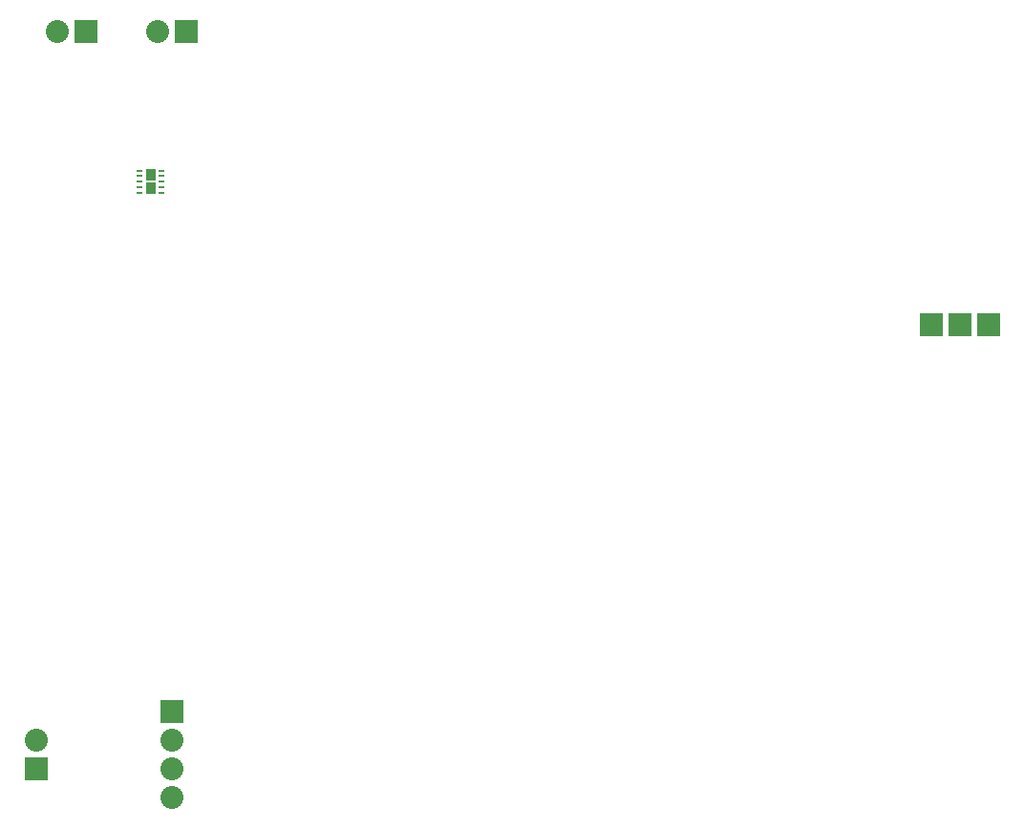
<source format=gtp>
G04 #@! TF.FileFunction,Paste,Top*
%FSLAX46Y46*%
G04 Gerber Fmt 4.6, Leading zero omitted, Abs format (unit mm)*
G04 Created by KiCad (PCBNEW 4.0.4-stable) date 06/22/17 17:56:04*
%MOMM*%
%LPD*%
G01*
G04 APERTURE LIST*
%ADD10C,0.150000*%
%ADD11C,2.032000*%
%ADD12R,2.032000X2.032000*%
%ADD13R,0.840000X1.000000*%
%ADD14R,0.500000X0.250000*%
G04 APERTURE END LIST*
D10*
D11*
X25400000Y16510000D03*
X25400000Y19050000D03*
X25400000Y21590000D03*
D12*
X25400000Y24130000D03*
D11*
X13335000Y21590000D03*
D12*
X13335000Y19050000D03*
D11*
X15240000Y84455000D03*
D12*
X17780000Y84455000D03*
D11*
X24130000Y84455000D03*
D12*
X26670000Y84455000D03*
X92710000Y58420000D03*
X95250000Y58420000D03*
X97790000Y58420000D03*
D13*
X23495000Y70520000D03*
D14*
X24445000Y72120000D03*
X24445000Y71620000D03*
X24445000Y70120000D03*
X24445000Y70620000D03*
X24445000Y71120000D03*
X22545000Y70120000D03*
X22545000Y70620000D03*
X22545000Y72120000D03*
X22545000Y71620000D03*
X22545000Y71120000D03*
D13*
X23495000Y71720000D03*
M02*

</source>
